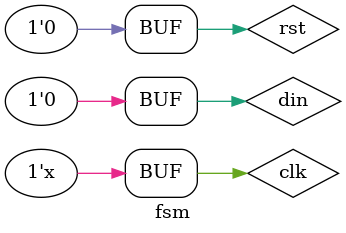
<source format=v>
module fsm;
  reg din;
  reg clk;
  reg rst;
  wire dout;
  seq_1001 uut (.din(din),.clk(clk),.rst(rst),.dout(dout));
  initial
    begin
      $dumpfile("dump.vcd");
      $dumpvars(0,fsm);
    end
  initial
    begin
      clk= 0;
      rst = 0;
      #5 din = 1'b0;
      #5 din = 1'b1;
      #5 din = 1'b0;
      #5 din = 1'b1;
      #5 din = 1'b0;
      #5 din = 1'b1;
      #5 din = 1'b0;
      #5 din = 1'b1;
      #5 din = 1'b0;
      #5 din = 1'b1;
      #5 din = 1'b0;
      #5 din = 1'b1;
      #5 din = 1'b0;
end
always #5 clk = ~clk;
endmodule

</source>
